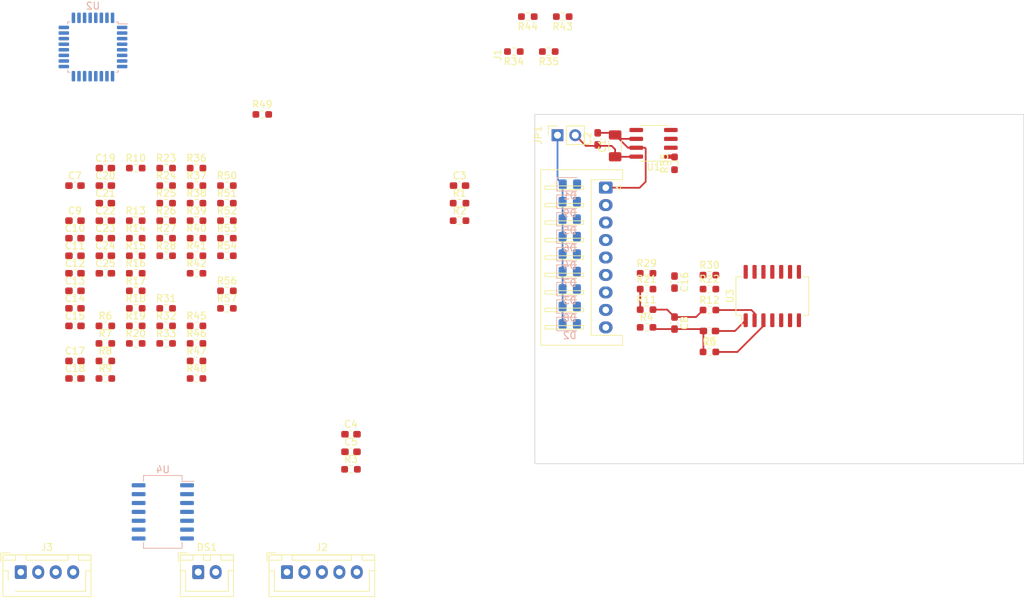
<source format=kicad_pcb>
(kicad_pcb (version 20221018) (generator pcbnew)
  (layers (0 "F.Cu" signal "Front") (31 "B.Cu" signal "Back") (34 "B.Paste" user) (35 "F.Paste" user) (36 "B.SilkS" user "B.Silkscreen") (37 "F.SilkS" user "F.Silkscreen") (38 "B.Mask" user) (39 "F.Mask" user) (44 "Edge.Cuts" user))
  (net 0 "")
  (net 1 "VBUS")
  (net 2 "GNDD")
  (net 3 "+3V3")
  (net 4 "/Level Shifter/cell8_amp")
  (net 5 "Net-(C6-Pad2)")
  (net 6 "/Level Shifter/cell4_amp")
  (net 7 "Net-(C7-Pad2)")
  (net 8 "Net-(C8-Pad1)")
  (net 9 "Net-(C9-Pad1)")
  (net 10 "/Level Shifter/cell3_amp")
  (net 11 "Net-(C13-Pad2)")
  (net 12 "/Level Shifter/cell7_amp")
  (net 13 "Net-(C14-Pad2)")
  (net 14 "Net-(C15-Pad1)")
  (net 15 "Net-(C16-Pad1)")
  (net 16 "/Level Shifter/cell_pack")
  (net 17 "/Level Shifter/cell6_amp")
  (net 18 "Net-(C18-Pad2)")
  (net 19 "/Level Shifter/cell2_amp")
  (net 20 "Net-(C19-Pad2)")
  (net 21 "/Level Shifter/cell1_amp")
  (net 22 "Net-(C20-Pad2)")
  (net 23 "Net-(C21-Pad1)")
  (net 24 "Net-(C22-Pad1)")
  (net 25 "Net-(C23-Pad1)")
  (net 26 "/Level Shifter/cell5_amp")
  (net 27 "Net-(C24-Pad2)")
  (net 28 "Net-(C25-Pad1)")
  (net 29 "Net-(D1-K)")
  (net 30 "+5V")
  (net 31 "/Level Shifter/cell8")
  (net 32 "/Level Shifter/cell6")
  (net 33 "/Level Shifter/cell4")
  (net 34 "/Level Shifter/cell2")
  (net 35 "/ONEWIRE")
  (net 36 "/Level Shifter/cell1")
  (net 37 "/Level Shifter/cell3")
  (net 38 "/Level Shifter/cell5")
  (net 39 "/Level Shifter/cell7")
  (net 40 "/SWDIO")
  (net 41 "/SWCLK")
  (net 42 "/USART_POCI")
  (net 43 "/USART_PICO")
  (net 44 "/MCU/USART_PICO")
  (net 45 "/MCU/USART_POCI")
  (net 46 "Net-(U3D-+)")
  (net 47 "Net-(R6-Pad1)")
  (net 48 "Net-(U4D-+)")
  (net 49 "Net-(U3D--)")
  (net 50 "Net-(R13-Pad1)")
  (net 51 "Net-(U4D--)")
  (net 63 "/MCU/SWDIO")
  (net 64 "/MCU/SWCLK")
  (net 72 "Net-(U3A-+)")
  (net 73 "Net-(U4A-+)")
  (net 74 "Net-(U3A--)")
  (net 75 "Net-(U4A--)")
  (net 76 "Net-(U4B-+)")
  (net 77 "Net-(U3B-+)")
  (net 78 "Net-(U4B--)")
  (net 79 "Net-(U3B--)")
  (net 80 "Net-(U3C-+)")
  (net 81 "Net-(U4C-+)")
  (net 82 "Net-(U3C--)")
  (net 83 "Net-(U4C--)")
  (footprint "Resistor_SMD:R_0603_1608Metric_Pad0.98x0.95mm_HandSolder" (layer "F.Cu") (at 20 7 90)
    (fp_text reference "R55")
    (fp_text value "56k")
  )
  (footprint "Capacitor_SMD:C_0603_1608Metric_Pad1.08x0.95mm_HandSolder" (layer "F.Cu") (at 20 24 -90)
    (fp_text reference "C16")
    (fp_text value "100n")
  )
  (footprint "Resistor_SMD:R_0603_1608Metric_Pad0.98x0.95mm_HandSolder" (layer "F.Cu") (at -48.4225 15.21)
    (fp_text reference "R39")
    (fp_text value "56k")
  )
  (footprint "Connector_JST:JST_XH_B4B-XH-AM_1x04_P2.50mm_Vertical" (layer "F.Cu") (at -73.58 65.515)
    (fp_text reference "J3")
    (fp_text value "Conn_01x04_Pin")
  )
  (footprint "Resistor_SMD:R_0603_1608Metric_Pad0.98x0.95mm_HandSolder" (layer "F.Cu") (at -48.4225 20.23)
    (fp_text reference "R41")
    (fp_text value "56k")
  )
  (footprint "Resistor_SMD:R_0603_1608Metric_Pad0.98x0.95mm_HandSolder" (layer "F.Cu") (at -57.1225 15.21)
    (fp_text reference "R13")
    (fp_text value "47k")
  )
  (footprint "Resistor_SMD:R_0603_1608Metric_Pad0.98x0.95mm_HandSolder" (layer "F.Cu") (at 16 22.74)
    (fp_text reference "R29")
    (fp_text value "56k")
  )
  (footprint "Resistor_SMD:R_0603_1608Metric_Pad0.98x0.95mm_HandSolder" (layer "F.Cu") (at -52.7725 30.27)
    (fp_text reference "R32")
    (fp_text value "3.9k")
  )
  (footprint "Resistor_SMD:R_0603_1608Metric_Pad0.98x0.95mm_HandSolder" (layer "F.Cu") (at -10.7725 15.21)
    (fp_text reference "R2")
    (fp_text value "0")
  )
  (footprint "Capacitor_SMD:C_0603_1608Metric_Pad1.08x0.95mm_HandSolder" (layer "F.Cu") (at -65.8225 10.19)
    (fp_text reference "C7")
    (fp_text value "100n")
  )
  (footprint "Connector_PinSocket_2.54mm:PinSocket_1x02_P2.54mm_Vertical" (layer "F.Cu") (at 3.25 2.975 90)
    (fp_text reference "JP1")
    (fp_text value "2S")
  )
  (footprint "Resistor_SMD:R_0603_1608Metric_Pad0.98x0.95mm_HandSolder" (layer "F.Cu") (at -48.4225 22.74)
    (fp_text reference "R42")
    (fp_text value "56k")
  )
  (footprint "Resistor_SMD:R_0603_1608Metric_Pad0.98x0.95mm_HandSolder" (layer "F.Cu") (at -57.1225 20.23)
    (fp_text reference "R15")
    (fp_text value "56k")
  )
  (footprint "Capacitor_SMD:C_0603_1608Metric_Pad1.08x0.95mm_HandSolder" (layer "F.Cu") (at -61.4725 7.68)
    (fp_text reference "C19")
    (fp_text value "100n")
  )
  (footprint "Resistor_SMD:R_0603_1608Metric_Pad0.98x0.95mm_HandSolder" (layer "F.Cu") (at -52.7725 10.19)
    (fp_text reference "R24")
    (fp_text value "18k")
  )
  (footprint "Capacitor_SMD:C_0603_1608Metric_Pad1.08x0.95mm_HandSolder" (layer "F.Cu") (at -65.8225 25.25)
    (fp_text reference "C13")
    (fp_text value "100n")
  )
  (footprint "Resistor_SMD:R_0603_1608Metric_Pad0.98x0.95mm_HandSolder" (layer "F.Cu") (at -57.1225 7.68)
    (fp_text reference "R10")
    (fp_text value "56k")
  )
  (footprint "Connector_JST:JST_XH_B2B-XH-A_1x02_P2.50mm_Vertical" (layer "F.Cu") (at -48.18 65.515)
    (fp_text reference "DS1")
    (fp_text value "Conn_01x02_Pin")
  )
  (footprint "Resistor_SMD:R_0603_1608Metric_Pad0.98x0.95mm_HandSolder" (layer "F.Cu") (at -57.1225 30.27)
    (fp_text reference "R19")
    (fp_text value "56k")
  )
  (footprint "Resistor_SMD:R_0603_1608Metric_Pad0.98x0.95mm_HandSolder" (layer "F.Cu") (at -48.4225 30.27)
    (fp_text reference "R45")
    (fp_text value "56k")
  )
  (footprint "Resistor_SMD:R_0603_1608Metric_Pad0.98x0.95mm_HandSolder" (layer "F.Cu") (at 25 23)
    (fp_text reference "R30")
    (fp_text value "56k")
  )
  (footprint "Capacitor_SMD:C_0603_1608Metric_Pad1.08x0.95mm_HandSolder" (layer "F.Cu") (at -61.4725 15.21)
    (fp_text reference "C22")
    (fp_text value "100n")
  )
  (footprint "Resistor_SMD:R_0603_1608Metric_Pad0.98x0.95mm_HandSolder" (layer "F.Cu") (at -52.7725 17.72)
    (fp_text reference "R27")
    (fp_text value "56k")
  )
  (footprint "Resistor_SMD:R_0603_1608Metric_Pad0.98x0.95mm_HandSolder" (layer "F.Cu") (at 25 25)
    (fp_text reference "R22")
    (fp_text value "56k")
  )
  (footprint "Capacitor_SMD:C_0603_1608Metric_Pad1.08x0.95mm_HandSolder" (layer "F.Cu") (at -65.8225 22.74)
    (fp_text reference "C12")
    (fp_text value "100n")
  )
  (footprint "Resistor_SMD:R_0603_1608Metric_Pad0.98x0.95mm_HandSolder" (layer "F.Cu") (at -52.7725 32.78)
    (fp_text reference "R33")
    (fp_text value "82k")
  )
  (footprint "Resistor_SMD:R_0603_1608Metric_Pad0.98x0.95mm_HandSolder" (layer "F.Cu") (at -44.0725 25.25)
    (fp_text reference "R56")
    (fp_text value "56k")
  )
  (footprint "Capacitor_SMD:C_0603_1608Metric_Pad1.08x0.95mm_HandSolder" (layer "F.Cu") (at -61.4725 10.19)
    (fp_text reference "C20")
    (fp_text value "100n")
  )
  (footprint "Capacitor_SMD:C_0603_1608Metric_Pad1.08x0.95mm_HandSolder" (layer "F.Cu") (at 9 3.5 90)
    (fp_text reference "C2")
    (fp_text value "100n")
  )
  (footprint "Resistor_SMD:R_0603_1608Metric_Pad0.98x0.95mm_HandSolder" (layer "F.Cu") (at -61.4725 37.8)
    (fp_text reference "R9")
    (fp_text value "56k")
  )
  (footprint "Resistor_SMD:R_0603_1608Metric_Pad0.98x0.95mm_HandSolder" (layer "F.Cu") (at -3 -9 180)
    (fp_text reference "R34")
    (fp_text value "56k")
  )
  (footprint "Resistor_SMD:R_0603_1608Metric_Pad0.98x0.95mm_HandSolder" (layer "F.Cu") (at -48.4225 32.78)
    (fp_text reference "R46")
    (fp_text value "56k")
  )
  (footprint "Resistor_SMD:R_0603_1608Metric_Pad0.98x0.95mm_HandSolder" (layer "F.Cu") (at -44.0725 17.72)
    (fp_text reference "R53")
    (fp_text value "56k")
  )
  (footprint "Resistor_SMD:R_0603_1608Metric_Pad0.98x0.95mm_HandSolder" (layer "F.Cu") (at -52.7725 27.76)
    (fp_text reference "R31")
    (fp_text value "56k")
  )
  (footprint "Connector_JST:JST_XH_S9B-XH-A_1x09_P2.50mm_Horizontal" (layer "F.Cu") (at 10.16 10.48 -90)
    (fp_text reference "J1")
    (fp_text value "Conn_01x09_Pin")
  )
  (footprint "Resistor_SMD:R_0603_1608Metric_Pad0.98x0.95mm_HandSolder" (layer "F.Cu") (at -48.4225 37.8)
    (fp_text reference "R48")
    (fp_text value "56k")
  )
  (footprint "Capacitor_SMD:C_0603_1608Metric_Pad1.08x0.95mm_HandSolder" (layer "F.Cu") (at -65.8225 37.8)
    (fp_text reference "C18")
    (fp_text value "100n")
  )
  (footprint "Resistor_SMD:R_0603_1608Metric_Pad0.98x0.95mm_HandSolder" (layer "F.Cu") (at 25 34)
    (fp_text reference "R5")
    (fp_text value "100k")
  )
  (footprint "Capacitor_SMD:C_1206_3216Metric_Pad1.33x1.80mm_HandSolder" (layer "F.Cu") (at 11.5 4.5 90)
    (fp_text reference "C1")
    (fp_text value "1u")
  )
  (footprint "Resistor_SMD:R_0603_1608Metric_Pad0.98x0.95mm_HandSolder" (layer "F.Cu") (at -57.1225 27.76)
    (fp_text reference "R18")
    (fp_text value "56k")
  )
  (footprint "Capacitor_SMD:C_0603_1608Metric_Pad1.08x0.95mm_HandSolder" (layer "F.Cu") (at -61.4725 20.23)
    (fp_text reference "C24")
    (fp_text value "100n")
  )
  (footprint "Resistor_SMD:R_0603_1608Metric_Pad0.98x0.95mm_HandSolder" (layer "F.Cu") (at -48.4225 10.19)
    (fp_text reference "R37")
    (fp_text value "56k")
  )
  (footprint "Package_SO:SOIC-8_3.9x4.9mm_P1.27mm" (layer "F.Cu") (at 17 4.135 180)
    (fp_text reference "U1")
    (fp_text value "L78L33_SO8")
  )
  (footprint "Capacitor_SMD:C_0603_1608Metric_Pad1.08x0.95mm_HandSolder" (layer "F.Cu") (at -65.8225 17.72)
    (fp_text reference "C10")
    (fp_text value "100n")
  )
  (footprint "Resistor_SMD:R_0603_1608Metric_Pad0.98x0.95mm_HandSolder" (layer "F.Cu") (at -48.4225 7.68)
    (fp_text reference "R36")
    (fp_text value "56k")
  )
  (footprint "Capacitor_SMD:C_0603_1608Metric_Pad1.08x0.95mm_HandSolder" (layer "F.Cu") (at 25 31 180)
    (fp_text reference "C6")
    (fp_text value "100n")
  )
  (footprint "Resistor_SMD:R_0603_1608Metric_Pad0.98x0.95mm_HandSolder" (layer "F.Cu") (at 16 30.48)
    (fp_text reference "R4")
    (fp_text value "100k")
  )
  (footprint "Resistor_SMD:R_0603_1608Metric_Pad0.98x0.95mm_HandSolder" (layer "F.Cu") (at -57.1225 32.78)
    (fp_text reference "R20")
    (fp_text value "56k")
  )
  (footprint "Connector_JST:JST_XH_B5B-XH-A_1x05_P2.50mm_Vertical" (layer "F.Cu") (at -35.48 65.515)
    (fp_text reference "J2")
    (fp_text value "Conn_01x05_Pin")
  )
  (footprint "Capacitor_SMD:C_0603_1608Metric_Pad1.08x0.95mm_HandSolder" (layer "F.Cu") (at -61.4725 12.7)
    (fp_text reference "C21")
    (fp_text value "100n")
  )
  (footprint "Capacitor_SMD:C_0603_1608Metric_Pad1.08x0.95mm_HandSolder" (layer "F.Cu") (at -26.3125 45.78)
    (fp_text reference "C4")
    (fp_text value "100n")
  )
  (footprint "Resistor_SMD:R_0603_1608Metric_Pad0.98x0.95mm_HandSolder" (layer "F.Cu") (at -57.1225 17.72)
    (fp_text reference "R14")
    (fp_text value "100k")
  )
  (footprint "Resistor_SMD:R_0603_1608Metric_Pad0.98x0.95mm_HandSolder" (layer "F.Cu") (at -48.4225 12.7)
    (fp_text reference "R38")
    (fp_text value "56k")
  )
  (footprint "Resistor_SMD:R_0603_1608Metric_Pad0.98x0.95mm_HandSolder" (layer "F.Cu") (at -44.0725 15.21)
    (fp_text reference "R52")
    (fp_text value "56k")
  )
  (footprint "Resistor_SMD:R_0603_1608Metric_Pad0.98x0.95mm_HandSolder" (layer "F.Cu") (at 25 28)
    (fp_text reference "R12")
    (fp_text value "100k")
  )
  (footprint "Capacitor_SMD:C_0603_1608Metric_Pad1.08x0.95mm_HandSolder" (layer "F.Cu") (at -65.8225 15.21)
    (fp_text reference "C9")
    (fp_text value "100n")
  )
  (footprint "Resistor_SMD:R_0603_1608Metric_Pad0.98x0.95mm_HandSolder" (layer "F.Cu") (at -52.7725 12.7)
    (fp_text reference "R25")
    (fp_text value "62k")
  )
  (footprint "Resistor_SMD:R_0603_1608Metric_Pad0.98x0.95mm_HandSolder" (layer "F.Cu") (at -52.7725 15.21)
    (fp_text reference "R26")
    (fp_text value "56k")
  )
  (footprint "Resistor_SMD:R_0603_1608Metric_Pad0.98x0.95mm_HandSolder" (layer "F.Cu") (at 4 -14 180)
    (fp_text reference "R43")
    (fp_text value "56k")
  )
  (footprint "Resistor_SMD:R_0603_1608Metric_Pad0.98x0.95mm_HandSolder" (layer "F.Cu") (at -61.4725 30.27)
    (fp_text reference "R6")
    (fp_text value "47k")
  )
  (footprint "Resistor_SMD:R_0603_1608Metric_Pad0.98x0.95mm_HandSolder" (layer "F.Cu") (at -1 -14 180)
    (fp_text reference "R44")
    (fp_text value "56k")
  )
  (footprint "Resistor_SMD:R_0603_1608Metric_Pad0.98x0.95mm_HandSolder" (layer "F.Cu") (at 16 27.94)
    (fp_text reference "R11")
    (fp_text value "100k")
  )
  (footprint "Capacitor_SMD:C_0603_1608Metric_Pad1.08x0.95mm_HandSolder" (layer "F.Cu") (at 20 29.8625 -90)
    (fp_text reference "C8")
    (fp_text value "100n")
  )
  (footprint "Resistor_SMD:R_0603_1608Metric_Pad0.98x0.95mm_HandSolder" (layer "F.Cu") (at -52.7725 20.23)
    (fp_text reference "R28")
    (fp_text value "56k")
  )
  (footprint "Resistor_SMD:R_0603_1608Metric_Pad0.98x0.95mm_HandSolder" (layer "F.Cu") (at -44.0725 12.7)
    (fp_text reference "R51")
    (fp_text value "56k")
  )
  (footprint "Capacitor_SMD:C_0603_1608Metric_Pad1.08x0.95mm_HandSolder" (layer "F.Cu") (at -61.4725 17.72)
    (fp_text reference "C23")
    (fp_text value "100n")
  )
  (footprint "Resistor_SMD:R_0603_1608Metric_Pad0.98x0.95mm_HandSolder" (layer "F.Cu") (at -61.4725 32.78)
    (fp_text reference "R7")
    (fp_text value "100k")
  )
  (footprint "Resistor_SMD:R_0603_1608Metric_Pad0.98x0.95mm_HandSolder" (layer "F.Cu") (at -44.0725 27.76)
    (fp_text reference "R57")
    (fp_text value "56k")
  )
  (footprint "Capacitor_SMD:C_0603_1608Metric_Pad1.08x0.95mm_HandSolder" (layer "F.Cu") (at -65.8225 35.29)
    (fp_text reference "C17")
    (fp_text value "100n")
  )
  (footprint "Capacitor_SMD:C_0603_1608Metric_Pad1.08x0.95mm_HandSolder" (layer "F.Cu") (at -65.8225 30.27)
    (fp_text reference "C15")
    (fp_text value "100n")
  )
  (footprint "Resistor_SMD:R_0603_1608Metric_Pad0.98x0.95mm_HandSolder" (layer "F.Cu") (at -61.4725 35.29)
    (fp_text reference "R8")
    (fp_text value "56k")
  )
  (footprint "Resistor_SMD:R_0603_1608Metric_Pad0.98x0.95mm_HandSolder" (layer "F.Cu") (at -44.0725 10.19)
    (fp_text reference "R50")
    (fp_text value "56k")
  )
  (footprint "Resistor_SMD:R_0603_1608Metric_Pad0.98x0.95mm_HandSolder" (layer "F.Cu") (at -48.4225 17.72)
    (fp_text reference "R40")
    (fp_text value "56k")
  )
  (footprint "Resistor_SMD:R_0603_1608Metric_Pad0.98x0.95mm_HandSolder" (layer "F.Cu") (at -52.7725 7.68)
    (fp_text reference "R23")
    (fp_text value "56k")
  )
  (footprint "Resistor_SMD:R_0603_1608Metric_Pad0.98x0.95mm_HandSolder" (layer "F.Cu") (at 2 -9 180)
    (fp_text reference "R35")
    (fp_text value "56k")
  )
  (footprint "Resistor_SMD:R_0603_1608Metric_Pad0.98x0.95mm_HandSolder" (layer "F.Cu") (at -10.7725 12.7)
    (fp_text reference "R1")
    (fp_text value "0")
  )
  (footprint "Resistor_SMD:R_0603_1608Metric_Pad0.98x0.95mm_HandSolder" (layer "F.Cu") (at -44.0725 20.23)
    (fp_text reference "R54")
    (fp_text value "56k")
  )
  (footprint "Resistor_SMD:R_0603_1608Metric_Pad0.98x0.95mm_HandSolder" (layer "F.Cu") (at -57.1225 22.74)
    (fp_text reference "R16")
    (fp_text value "56k")
  )
  (footprint "Resistor_SMD:R_0603_1608Metric_Pad0.98x0.95mm_HandSolder" (layer "F.Cu") (at -26.3125 50.8)
    (fp_text reference "R3")
    (fp_text value "4k7")
  )
  (footprint "Capacitor_SMD:C_0603_1608Metric_Pad1.08x0.95mm_HandSolder" (layer "F.Cu") (at -10.7725 10.19)
    (fp_text reference "C3")
    (fp_text value "100n")
  )
  (footprint "Package_SO:SO-14_5.3x10.2mm_P1.27mm" (layer "F.Cu") (at 34 26 90)
    (fp_text reference "U3")
    (fp_text value "TL074")
  )
  (footprint "Capacitor_SMD:C_0603_1608Metric_Pad1.08x0.95mm_HandSolder" (layer "F.Cu") (at -26.3125 48.29)
    (fp_text reference "C5")
    (fp_text value "1n")
  )
  (footprint "Resistor_SMD:R_0603_1608Metric_Pad0.98x0.95mm_HandSolder" (layer "F.Cu") (at -39.0125 0)
    (fp_text reference "R49")
    (fp_text value "56k")
  )
  (footprint "Capacitor_SMD:C_0603_1608Metric_Pad1.08x0.95mm_HandSolder" (layer "F.Cu") (at -61.4725 22.74)
    (fp_text reference "C25")
    (fp_text value "100n")
  )
  (footprint "Resistor_SMD:R_0603_1608Metric_Pad0.98x0.95mm_HandSolder" (layer "F.Cu") (at 16 25)
    (fp_text reference "R21")
    (fp_text value "56k")
  )
  (footprint "Resistor_SMD:R_0603_1608Metric_Pad0.98x0.95mm_HandSolder" (layer "F.Cu") (at -57.1225 25.25)
    (fp_text reference "R17")
    (fp_text value "56k")
  )
  (footprint "Resistor_SMD:R_0603_1608Metric_Pad0.98x0.95mm_HandSolder" (layer "F.Cu") (at -48.4225 35.29)
    (fp_text reference "R47")
    (fp_text value "56k")
  )
  (footprint "Capacitor_SMD:C_0603_1608Metric_Pad1.08x0.95mm_HandSolder" (layer "F.Cu") (at -65.8225 27.76)
    (fp_text reference "C14")
    (fp_text value "100n")
  )
  (footprint "Capacitor_SMD:C_0603_1608Metric_Pad1.08x0.95mm_HandSolder" (layer "F.Cu") (at -65.8225 20.23)
    (fp_text reference "C11")
    (fp_text value "100p")
  )
  (footprint "Diode_SMD:D_0805_2012Metric_Pad1.15x1.40mm_HandSolder" (layer "B.Cu") (at 5 12.5)
    (fp_text reference "D9")
    (fp_text value "BAT41")
  )
  (footprint "Diode_SMD:D_0805_2012Metric_Pad1.15x1.40mm_HandSolder" (layer "B.Cu") (at 5 22.5)
    (fp_text reference "D7")
    (fp_text value "BAT41")
  )
  (footprint "Diode_SMD:D_0805_2012Metric_Pad1.15x1.40mm_HandSolder" (layer "B.Cu") (at 5 27.5)
    (fp_text reference "D8")
    (fp_text value "BAT41")
  )
  (footprint "Diode_SMD:D_0805_2012Metric_Pad1.15x1.40mm_HandSolder" (layer "B.Cu") (at 5 20)
    (fp_text reference "D4")
    (fp_text value "BAT41")
  )
  (footprint "Package_SO:SO-14_5.3x10.2mm_P1.27mm" (layer "B.Cu") (at -53.2465 56.896 180)
    (fp_text reference "U4")
    (fp_text value "TL074")
  )
  (footprint "Diode_SMD:D_0805_2012Metric_Pad1.15x1.40mm_HandSolder" (layer "B.Cu") (at 5 30)
    (fp_text reference "D2")
    (fp_text value "BAT41")
  )
  (footprint "Diode_SMD:D_0805_2012Metric_Pad1.15x1.40mm_HandSolder" (layer "B.Cu") (at 5 25)
    (fp_text reference "D3")
    (fp_text value "BAT41")
  )
  (footprint "Diode_SMD:D_0805_2012Metric_Pad1.15x1.40mm_HandSolder" (layer "B.Cu") (at 5 15)
    (fp_text reference "D5")
    (fp_text value "BAT41")
  )
  (footprint "Diode_SMD:D_0805_2012Metric_Pad1.15x1.40mm_HandSolder" (layer "B.Cu") (at 5 17.5)
    (fp_text reference "D6")
    (fp_text value "BAT41")
  )
  (footprint "Package_QFP:LQFP-32_7x7mm_P0.8mm" (layer "B.Cu") (at -63.246 -9.652 180)
    (fp_text reference "U2")
    (fp_text value "STM32G071KBTx")
  )
  (footprint "Diode_SMD:D_0805_2012Metric_Pad1.15x1.40mm_HandSolder" (layer "B.Cu") (at 5.025 10)
    (fp_text reference "D1")
    (fp_text value "BAT41")
  )
  (gr_rect (start 0 0) (end 70 50) (stroke (width 0.1)) (fill none) (layer "Edge.Cuts"))
  (segment (start 11.5 6.0625) (end 11.5 5) (width 0.25) (layer "F.Cu") (net 1))
  (segment (start 7.315 4.5) (end 8.8625 4.5) (width 0.25) (layer "F.Cu") (net 1))
  (segment (start 11 4.5) (end 9.1375 4.5) (width 0.25) (layer "F.Cu") (net 1))
  (segment (start 8.8625 4.5) (end 9 4.3625) (width 0.25) (layer "F.Cu") (net 1))
  (segment (start 9.1375 4.5) (end 9 4.3625) (width 0.25) (layer "F.Cu") (net 1))
  (segment (start 14.525 6.04) (end 14.5025 6.0625) (width 0.25) (layer "F.Cu") (net 1))
  (segment (start 11.5 5) (end 11 4.5) (width 0.25) (layer "F.Cu") (net 1))
  (segment (start 14.5025 6.0625) (end 11.5 6.0625) (width 0.25) (layer "F.Cu") (net 1))
  (segment (start 5.79 2.975) (end 7.315 4.5) (width 0.25) (layer "F.Cu") (net 1))
  (segment (start 15 10.5) (end 15.875 9.625) (width 0.25) (layer "F.Cu") (net 2))
  (segment (start 15.77 4.77) (end 14.525 4.77) (width 0.25) (layer "F.Cu") (net 2))
  (segment (start 11.802462 10.48) (end 11.822462 10.5) (width 0.25) (layer "F.Cu") (net 2))
  (segment (start 9 2.6375) (end 11.2 2.6375) (width 0.25) (layer "F.Cu") (net 2))
  (segment (start 11.5 2.9375) (end 12.0625 3.5) (width 0.25) (layer "F.Cu") (net 2))
  (segment (start 14.525 4.77) (end 13.3325 4.77) (width 0.25) (layer "F.Cu") (net 2))
  (segment (start 12.0625 3.5) (end 14.525 3.5) (width 0.25) (layer "F.Cu") (net 2))
  (segment (start 15.875 9.625) (end 15.875 4.875) (width 0.25) (layer "F.Cu") (net 2))
  (segment (start 11.2 2.6375) (end 11.5 2.9375) (width 0.25) (layer "F.Cu") (net 2))
  (segment (start 13.3325 4.77) (end 11.5 2.9375) (width 0.25) (layer "F.Cu") (net 2))
  (segment (start 10.16 10.48) (end 11.802462 10.48) (width 0.25) (layer "F.Cu") (net 2))
  (segment (start 15.875 4.875) (end 15.77 4.77) (width 0.25) (layer "F.Cu") (net 2))
  (segment (start 11.822462 10.5) (end 15 10.5) (width 0.25) (layer "F.Cu") (net 2))
  (segment (start 25.8625 31) (end 28.6525 31) (width 0.25) (layer "F.Cu") (net 4))
  (segment (start 28.6525 31) (end 30.19 29.4625) (width 0.25) (layer "F.Cu") (net 4))
  (segment (start 23.8625 30.725) (end 24.1375 31) (width 0.25) (layer "F.Cu") (net 5))
  (segment (start 24.1375 31) (end 24.1375 33.95) (width 0.25) (layer "F.Cu") (net 5))
  (segment (start 20 30.725) (end 23.8625 30.725) (width 0.25) (layer "F.Cu") (net 5))
  (segment (start 16.9125 30.48) (end 17.1575 30.725) (width 0.25) (layer "F.Cu") (net 5))
  (segment (start 24.1375 33.95) (end 24.0875 34) (width 0.25) (layer "F.Cu") (net 5))
  (segment (start 17.1575 30.725) (end 20 30.725) (width 0.25) (layer "F.Cu") (net 5))
  (segment (start 20 29) (end 23.0875 29) (width 0.25) (layer "F.Cu") (net 8))
  (segment (start 23.0875 29) (end 24.0875 28) (width 0.25) (layer "F.Cu") (net 8))
  (segment (start 16.9125 27.94) (end 18.94 27.94) (width 0.25) (layer "F.Cu") (net 8))
  (segment (start 18.94 27.94) (end 20 29) (width 0.25) (layer "F.Cu") (net 8))
  (segment (start 3.975 25) (end 3.975 27.5) (width 0.25) (layer "B.Cu") (net 29))
  (segment (start 3.975 30) (end 3.975 27.5) (width 0.25) (layer "B.Cu") (net 29))
  (segment (start 4 10) (end 3.25 9.25) (width 0.25) (layer "B.Cu") (net 29))
  (segment (start 3.25 9.25) (end 3.25 2.975) (width 0.25) (layer "B.Cu") (net 29))
  (segment (start 3.975 10.025) (end 4 10) (width 0.25) (layer "B.Cu") (net 29))
  (segment (start 3.975 25) (end 3.975 10.025) (width 0.25) (layer "B.Cu") (net 29))
  (segment (start 15.0875 27.94) (end 15.0875 25) (width 0.25) (layer "F.Cu") (net 39))
  (segment (start 32.73 30.27) (end 32.73 29.4625) (width 0.25) (layer "F.Cu") (net 72))
  (segment (start 29 34) (end 32.73 30.27) (width 0.25) (layer "F.Cu") (net 72))
  (segment (start 25.9125 34) (end 29 34) (width 0.25) (layer "F.Cu") (net 72))
  (segment (start 31.46 28.46) (end 31.46 29.4625) (width 0.25) (layer "F.Cu") (net 74))
  (segment (start 25.9125 28) (end 31 28) (width 0.25) (layer "F.Cu") (net 74))
  (segment (start 31 28) (end 31.46 28.46) (width 0.25) (layer "F.Cu") (net 74))
)
</source>
